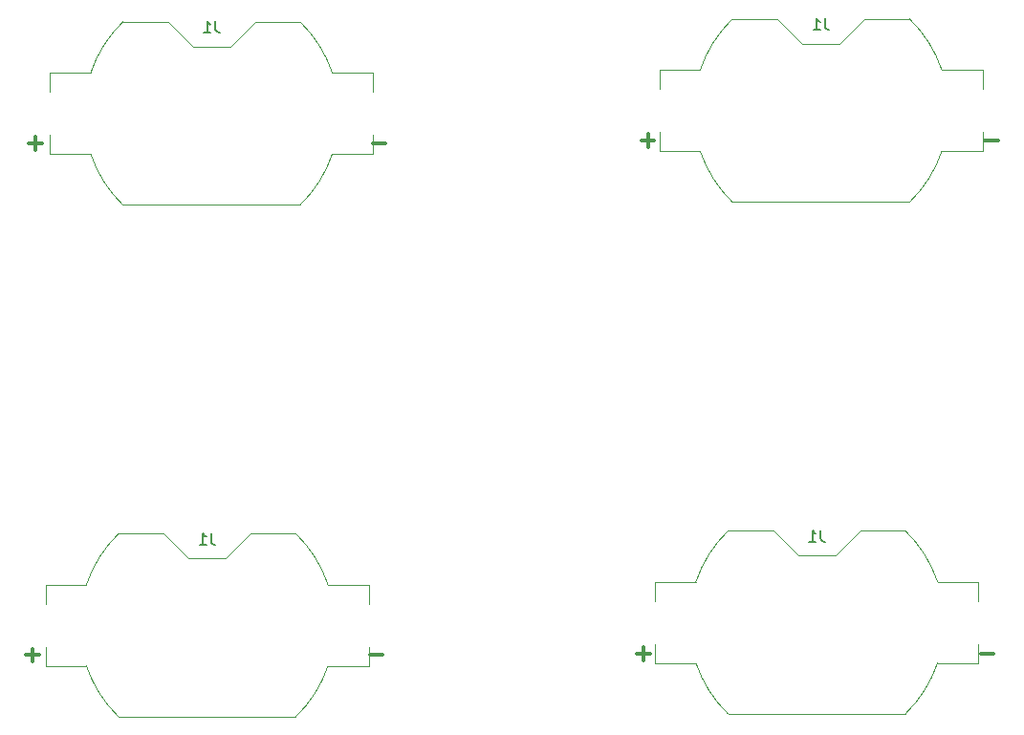
<source format=gbo>
G04 #@! TF.FileFunction,Legend,Bot*
%FSLAX46Y46*%
G04 Gerber Fmt 4.6, Leading zero omitted, Abs format (unit mm)*
G04 Created by KiCad (PCBNEW 4.0.7) date Wed Sep 16 00:54:05 2020*
%MOMM*%
%LPD*%
G01*
G04 APERTURE LIST*
%ADD10C,0.150000*%
%ADD11C,0.300000*%
%ADD12C,0.120000*%
G04 APERTURE END LIST*
D10*
D11*
X164375712Y-83165143D02*
X163232855Y-83165143D01*
X133947144Y-83165143D02*
X132804287Y-83165143D01*
X133375716Y-83736571D02*
X133375716Y-82593714D01*
X218604712Y-82911143D02*
X217461855Y-82911143D01*
X188176144Y-82911143D02*
X187033287Y-82911143D01*
X187604716Y-83482571D02*
X187604716Y-82339714D01*
X164121712Y-128504143D02*
X162978855Y-128504143D01*
X133693144Y-128504143D02*
X132550287Y-128504143D01*
X133121716Y-129075571D02*
X133121716Y-127932714D01*
X218223712Y-128377143D02*
X217080855Y-128377143D01*
X187795144Y-128377143D02*
X186652287Y-128377143D01*
X187223716Y-128948571D02*
X187223716Y-127805714D01*
D12*
X141125630Y-72406211D02*
G75*
G03X138279000Y-76908000I7845370J-8111789D01*
G01*
X156816370Y-88629789D02*
G75*
G03X159663000Y-84128000I-7845370J8111789D01*
G01*
X156816370Y-72406211D02*
G75*
G02X159663000Y-76908000I-7845370J-8111789D01*
G01*
X141125630Y-88629789D02*
G75*
G02X138279000Y-84128000I7845370J8111789D01*
G01*
X134661000Y-78618000D02*
X134661000Y-76908000D01*
X138279000Y-76908000D02*
X134661000Y-76908000D01*
X145111000Y-72408000D02*
X141123700Y-72408000D01*
X147311000Y-74608000D02*
X145111000Y-72408000D01*
X150631000Y-74608000D02*
X147311000Y-74608000D01*
X150631000Y-74608000D02*
X152831000Y-72408000D01*
X156818300Y-72408000D02*
X152831000Y-72408000D01*
X163281000Y-78618000D02*
X163281000Y-76908000D01*
X163281000Y-76908000D02*
X159663000Y-76908000D01*
X159663000Y-84128000D02*
X163281000Y-84128000D01*
X163281000Y-82418000D02*
X163281000Y-84128000D01*
X141123700Y-88628000D02*
X156818300Y-88628000D01*
X134661000Y-82418000D02*
X134661000Y-84128000D01*
X134661000Y-84128000D02*
X138279000Y-84128000D01*
X195100630Y-72152211D02*
G75*
G03X192254000Y-76654000I7845370J-8111789D01*
G01*
X210791370Y-88375789D02*
G75*
G03X213638000Y-83874000I-7845370J8111789D01*
G01*
X210791370Y-72152211D02*
G75*
G02X213638000Y-76654000I-7845370J-8111789D01*
G01*
X195100630Y-88375789D02*
G75*
G02X192254000Y-83874000I7845370J8111789D01*
G01*
X188636000Y-78364000D02*
X188636000Y-76654000D01*
X192254000Y-76654000D02*
X188636000Y-76654000D01*
X199086000Y-72154000D02*
X195098700Y-72154000D01*
X201286000Y-74354000D02*
X199086000Y-72154000D01*
X204606000Y-74354000D02*
X201286000Y-74354000D01*
X204606000Y-74354000D02*
X206806000Y-72154000D01*
X210793300Y-72154000D02*
X206806000Y-72154000D01*
X217256000Y-78364000D02*
X217256000Y-76654000D01*
X217256000Y-76654000D02*
X213638000Y-76654000D01*
X213638000Y-83874000D02*
X217256000Y-83874000D01*
X217256000Y-82164000D02*
X217256000Y-83874000D01*
X195098700Y-88374000D02*
X210793300Y-88374000D01*
X188636000Y-82164000D02*
X188636000Y-83874000D01*
X188636000Y-83874000D02*
X192254000Y-83874000D01*
X194719630Y-117491211D02*
G75*
G03X191873000Y-121993000I7845370J-8111789D01*
G01*
X210410370Y-133714789D02*
G75*
G03X213257000Y-129213000I-7845370J8111789D01*
G01*
X210410370Y-117491211D02*
G75*
G02X213257000Y-121993000I-7845370J-8111789D01*
G01*
X194719630Y-133714789D02*
G75*
G02X191873000Y-129213000I7845370J8111789D01*
G01*
X188255000Y-123703000D02*
X188255000Y-121993000D01*
X191873000Y-121993000D02*
X188255000Y-121993000D01*
X198705000Y-117493000D02*
X194717700Y-117493000D01*
X200905000Y-119693000D02*
X198705000Y-117493000D01*
X204225000Y-119693000D02*
X200905000Y-119693000D01*
X204225000Y-119693000D02*
X206425000Y-117493000D01*
X210412300Y-117493000D02*
X206425000Y-117493000D01*
X216875000Y-123703000D02*
X216875000Y-121993000D01*
X216875000Y-121993000D02*
X213257000Y-121993000D01*
X213257000Y-129213000D02*
X216875000Y-129213000D01*
X216875000Y-127503000D02*
X216875000Y-129213000D01*
X194717700Y-133713000D02*
X210412300Y-133713000D01*
X188255000Y-127503000D02*
X188255000Y-129213000D01*
X188255000Y-129213000D02*
X191873000Y-129213000D01*
X140744630Y-117745211D02*
G75*
G03X137898000Y-122247000I7845370J-8111789D01*
G01*
X156435370Y-133968789D02*
G75*
G03X159282000Y-129467000I-7845370J8111789D01*
G01*
X156435370Y-117745211D02*
G75*
G02X159282000Y-122247000I-7845370J-8111789D01*
G01*
X140744630Y-133968789D02*
G75*
G02X137898000Y-129467000I7845370J8111789D01*
G01*
X134280000Y-123957000D02*
X134280000Y-122247000D01*
X137898000Y-122247000D02*
X134280000Y-122247000D01*
X144730000Y-117747000D02*
X140742700Y-117747000D01*
X146930000Y-119947000D02*
X144730000Y-117747000D01*
X150250000Y-119947000D02*
X146930000Y-119947000D01*
X150250000Y-119947000D02*
X152450000Y-117747000D01*
X156437300Y-117747000D02*
X152450000Y-117747000D01*
X162900000Y-123957000D02*
X162900000Y-122247000D01*
X162900000Y-122247000D02*
X159282000Y-122247000D01*
X159282000Y-129467000D02*
X162900000Y-129467000D01*
X162900000Y-127757000D02*
X162900000Y-129467000D01*
X140742700Y-133967000D02*
X156437300Y-133967000D01*
X134280000Y-127757000D02*
X134280000Y-129467000D01*
X134280000Y-129467000D02*
X137898000Y-129467000D01*
D10*
X149304333Y-72350381D02*
X149304333Y-73064667D01*
X149351953Y-73207524D01*
X149447191Y-73302762D01*
X149590048Y-73350381D01*
X149685286Y-73350381D01*
X148304333Y-73350381D02*
X148875762Y-73350381D01*
X148590048Y-73350381D02*
X148590048Y-72350381D01*
X148685286Y-72493238D01*
X148780524Y-72588476D01*
X148875762Y-72636095D01*
X203279333Y-72096381D02*
X203279333Y-72810667D01*
X203326953Y-72953524D01*
X203422191Y-73048762D01*
X203565048Y-73096381D01*
X203660286Y-73096381D01*
X202279333Y-73096381D02*
X202850762Y-73096381D01*
X202565048Y-73096381D02*
X202565048Y-72096381D01*
X202660286Y-72239238D01*
X202755524Y-72334476D01*
X202850762Y-72382095D01*
X202898333Y-117435381D02*
X202898333Y-118149667D01*
X202945953Y-118292524D01*
X203041191Y-118387762D01*
X203184048Y-118435381D01*
X203279286Y-118435381D01*
X201898333Y-118435381D02*
X202469762Y-118435381D01*
X202184048Y-118435381D02*
X202184048Y-117435381D01*
X202279286Y-117578238D01*
X202374524Y-117673476D01*
X202469762Y-117721095D01*
X148923333Y-117689381D02*
X148923333Y-118403667D01*
X148970953Y-118546524D01*
X149066191Y-118641762D01*
X149209048Y-118689381D01*
X149304286Y-118689381D01*
X147923333Y-118689381D02*
X148494762Y-118689381D01*
X148209048Y-118689381D02*
X148209048Y-117689381D01*
X148304286Y-117832238D01*
X148399524Y-117927476D01*
X148494762Y-117975095D01*
M02*

</source>
